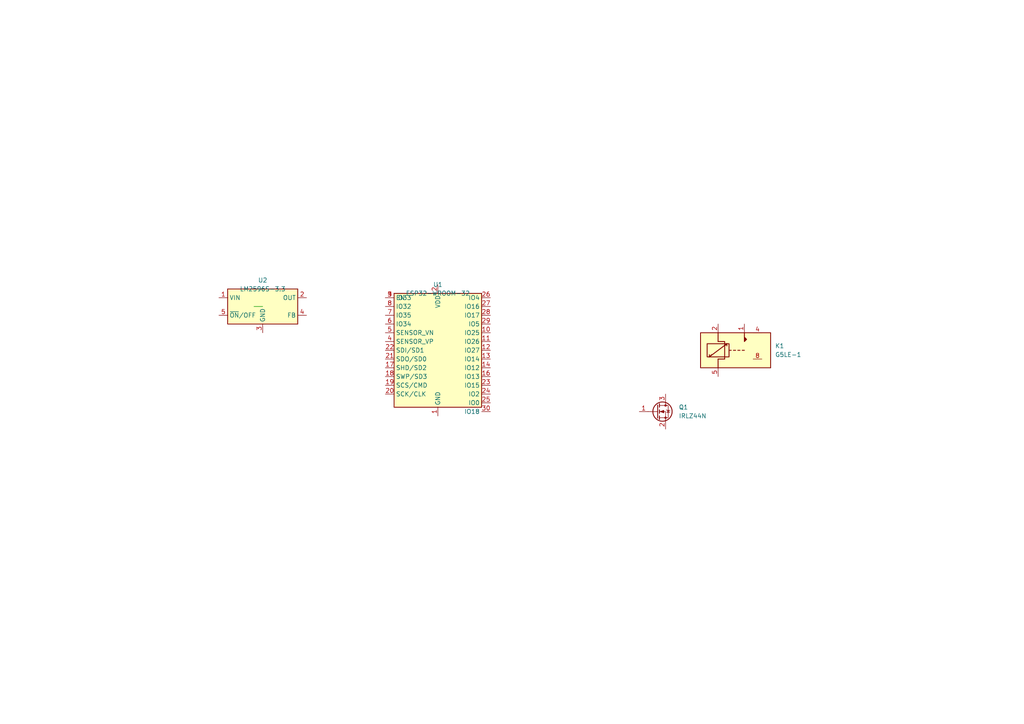
<source format=kicad_sch>
(kicad_sch (version 20230121) (generator eeschema)
  (paper "A4")
  (lib_symbols
    (symbol "MCU_Module:ESP32-WROOM-32"
      (property "Reference" "U" (at 0 20.32 0))
      (property "Value" "ESP32-WROOM-32" (at 0 17.78 0))
      (symbol "ESP32-WROOM-32_0_1"
        (rectangle (start -12.7 16.51) (end 12.7 -16.51) (stroke (width 0.254)) (fill (type background)))
      )
      (symbol "ESP32-WROOM-32_1_1"
        (pin power_in line (at 0 -19.05 90) (length 2.54) (name "GND") (number "1"))
        (pin bidirectional line (at 15.24 5.08 180) (length 2.54) (name "IO25") (number "10"))
        (pin bidirectional line (at 15.24 2.54 180) (length 2.54) (name "IO26") (number "11"))
        (pin bidirectional line (at 15.24 0 180) (length 2.54) (name "IO27") (number "12"))
        (pin bidirectional line (at 15.24 -2.54 180) (length 2.54) (name "IO14") (number "13"))
        (pin bidirectional line (at 15.24 -5.08 180) (length 2.54) (name "IO12") (number "14"))
        (pin power_in line (at 0 -19.05 90) (length 2.54) hide (name "GND") (number "15"))
        (pin bidirectional line (at 15.24 -7.62 180) (length 2.54) (name "IO13") (number "16"))
        (pin bidirectional line (at -15.24 -5.08 0) (length 2.54) (name "SHD/SD2") (number "17"))
        (pin bidirectional line (at -15.24 -7.62 0) (length 2.54) (name "SWP/SD3") (number "18"))
        (pin bidirectional line (at -15.24 -10.16 0) (length 2.54) (name "SCS/CMD") (number "19"))
        (pin power_in line (at 0 19.05 270) (length 2.54) (name "VDD") (number "2"))
        (pin bidirectional line (at -15.24 -12.7 0) (length 2.54) (name "SCK/CLK") (number "20"))
        (pin bidirectional line (at -15.24 -2.54 0) (length 2.54) (name "SDO/SD0") (number "21"))
        (pin bidirectional line (at -15.24 0 0) (length 2.54) (name "SDI/SD1") (number "22"))
        (pin bidirectional line (at 15.24 -10.16 180) (length 2.54) (name "IO15") (number "23"))
        (pin bidirectional line (at 15.24 -12.7 180) (length 2.54) (name "IO2") (number "24"))
        (pin bidirectional line (at 15.24 -15.24 180) (length 2.54) (name "IO0") (number "25"))
        (pin bidirectional line (at 15.24 15.24 180) (length 2.54) (name "IO4") (number "26"))
        (pin bidirectional line (at 15.24 12.7 180) (length 2.54) (name "IO16") (number "27"))
        (pin bidirectional line (at 15.24 10.16 180) (length 2.54) (name "IO17") (number "28"))
        (pin bidirectional line (at 15.24 7.62 180) (length 2.54) (name "IO5") (number "29"))
        (pin input line (at -15.24 15.24 0) (length 2.54) (name "EN") (number "3"))
        (pin bidirectional line (at 15.24 -17.78 180) (length 2.54) (name "IO18") (number "30"))
        (pin bidirectional line (at -15.24 2.54 0) (length 2.54) (name "SENSOR_VP") (number "4"))
        (pin bidirectional line (at -15.24 5.08 0) (length 2.54) (name "SENSOR_VN") (number "5"))
        (pin bidirectional line (at -15.24 7.62 0) (length 2.54) (name "IO34") (number "6"))
        (pin bidirectional line (at -15.24 10.16 0) (length 2.54) (name "IO35") (number "7"))
        (pin bidirectional line (at -15.24 12.7 0) (length 2.54) (name "IO32") (number "8"))
        (pin bidirectional line (at -15.24 15.24 0) (length 2.54) (name "IO33") (number "9"))
      )
    )
    (symbol "Regulator_Linear:AMS1117-3.3"
      (property "Reference" "U" (at -3.81 3.175 0))
      (property "Value" "AMS1117-3.3" (at 0 3.175 0))
      (symbol "AMS1117-3.3_0_1"
        (rectangle (start -5.08 1.905) (end 5.08 -5.08) (stroke (width 0.254)) (fill (type background)))
      )
      (symbol "AMS1117-3.3_1_1"
        (pin power_out line (at 0 -7.62 90) (length 2.54) (name "ADJ/GND") (number "1"))
        (pin power_out line (at 7.62 0 180) (length 2.54) (name "VO") (number "2"))
        (pin power_in line (at -7.62 0 0) (length 2.54) (name "VI") (number "3"))
      )
    )
    (symbol "Regulator_Switching:LM2596S-3.3"
      (property "Reference" "U" (at -10.16 6.35 0))
      (property "Value" "LM2596S-3.3" (at 0 6.35 0))
      (symbol "LM2596S-3.3_0_1"
        (rectangle (start -10.16 5.08) (end 10.16 -5.08) (stroke (width 0.254)) (fill (type background)))
      )
      (symbol "LM2596S-3.3_1_1"
        (pin power_in line (at -12.7 2.54 0) (length 2.54) (name "VIN") (number "1"))
        (pin output line (at 12.7 2.54 180) (length 2.54) (name "OUT") (number "2"))
        (pin power_in line (at 0 -7.62 90) (length 2.54) (name "GND") (number "3"))
        (pin input line (at 12.7 -2.54 180) (length 2.54) (name "FB") (number "4"))
        (pin input line (at -12.7 -2.54 0) (length 2.54) (name "~{ON}/OFF") (number "5"))
      )
    )
    (symbol "Transistor_FET:IRLZ44N" (pin_names hide)
      (property "Reference" "Q" (at 5.08 1.905 0))
      (property "Value" "IRLZ44N" (at 5.08 0 0))
      (symbol "IRLZ44N_0_1"
        (polyline (pts (xy 0.254 0) (xy -2.54 0)))
        (polyline (pts (xy 0.254 1.905) (xy 0.254 -1.905)) (stroke (width 0.254)))
        (polyline (pts (xy 0.762 -1.27) (xy 0.762 -2.286)) (stroke (width 0.254)))
        (polyline (pts (xy 0.762 0.508) (xy 0.762 -0.508)) (stroke (width 0.254)))
        (polyline (pts (xy 0.762 2.286) (xy 0.762 1.27)) (stroke (width 0.254)))
        (polyline (pts (xy 2.54 2.54) (xy 2.54 1.778)))
        (polyline (pts (xy 2.54 -2.54) (xy 2.54 0) (xy 0.762 0)))
        (polyline (pts (xy 0.762 -1.778) (xy 3.302 -1.778) (xy 3.302 1.778) (xy 0.762 1.778)))
        (polyline (pts (xy 1.016 0) (xy 2.032 0.381) (xy 2.032 -0.381) (xy 1.016 0)) (fill (type outline)))
        (polyline (pts (xy 2.794 0.508) (xy 2.921 0.381) (xy 3.683 0.381) (xy 3.81 0.254)))
        (polyline (pts (xy 3.302 0.381) (xy 2.921 -0.254) (xy 3.683 -0.254) (xy 3.302 0.381)))
        (circle (center 1.651 0) (radius 2.794) (stroke (width 0.254)))
        (circle (center 2.54 -1.778) (radius 0.254) (fill (type outline)))
        (circle (center 2.54 1.778) (radius 0.254) (fill (type outline)))
      )
      (symbol "IRLZ44N_1_1"
        (pin input line (at -5.08 0 0) (length 2.54) (name "G") (number "1"))
        (pin passive line (at 2.54 -5.08 90) (length 2.54) (name "S") (number "2"))
        (pin passive line (at 2.54 5.08 270) (length 2.54) (name "D") (number "3"))
      )
    )
    (symbol "Relay:G5LE-1"
      (property "Reference" "K" (at 11.43 3.81 0))
      (property "Value" "G5LE-1" (at 11.43 1.27 0))
      (symbol "G5LE-1_0_0"
        (rectangle (start -10.16 5.08) (end 10.16 -5.08) (stroke (width 0.254)) (fill (type background)))
        (rectangle (start -8.255 1.905) (end -1.905 -1.905) (stroke (width 0.254)))
        (polyline (pts (xy -7.62 -1.905) (xy -2.54 1.905)) (stroke (width 0.254)))
        (polyline (pts (xy -7.62 -1.905) (xy -6.985 -1.27)) (stroke (width 0.254)))
        (polyline (pts (xy -7.62 -1.905) (xy -7.62 -1.27)) (stroke (width 0.254)))
        (polyline (pts (xy -5.08 -2.54) (xy -3.175 -2.54)) (stroke (width 0.254)))
        (polyline (pts (xy -5.08 -2.54) (xy -5.08 -5.08)) (stroke (width 0.254)))
        (polyline (pts (xy -2.54 1.905) (xy -3.175 1.27)) (stroke (width 0.254)))
        (polyline (pts (xy -2.54 1.905) (xy -2.54 1.27)) (stroke (width 0.254)))
        (polyline (pts (xy -1.27 0) (xy -1.905 0)) (stroke (width 0.254)))
        (polyline (pts (xy -0.635 0) (xy 0 0)) (stroke (width 0.254)))
        (polyline (pts (xy 0.635 0) (xy 1.27 0)) (stroke (width 0.254)))
        (polyline (pts (xy 1.905 0) (xy 2.54 0)) (stroke (width 0.254)))
        (polyline (pts (xy -5.08 2.54) (xy -3.175 2.54) (xy -3.175 -2.54)) (stroke (width 0.254)))
        (polyline (pts (xy -5.08 2.54) (xy -5.08 5.08) (xy -5.08 5.08)) (stroke (width 0.254)))
        (polyline (pts (xy 2.54 5.08) (xy 2.54 2.54) (xy 3.175 3.175) (xy 2.54 3.81)) (stroke (width 0.254)) (fill (type outline)))
      )
      (symbol "G5LE-1_1_1"
        (pin passive line (at 2.54 7.62 270) (length 2.54) (name "~") (number "1"))
        (pin passive line (at -5.08 7.62 270) (length 2.54) (name "~") (number "2"))
        (pin passive line (at 7.62 5.08 180) (length 2.54) (name "~") (number "4"))
        (pin passive line (at -5.08 -7.62 90) (length 2.54) (name "~") (number "5"))
        (pin passive line (at 7.62 -2.54 180) (length 2.54) (name "~") (number "8"))
      )
    )
  )
  (wire (pts (xy 73.66 88.9) (xy 76.2 88.9)))
  (symbol (lib_id "MCU_Module:ESP32-WROOM-32") (at 127 101.6 0) (unit 1)
    (property "Reference" "U1" (at 127 82.55 0))
    (property "Value" "ESP32-WROOM-32" (at 127 85.09 0))
    (property "Footprint" "RF_Module:ESP32-WROOM-32" (effects hide))
    (property "Datasheet" "https://www.espressif.com/sites/default/files/documentation/esp32-wroom-32_datasheet_en.pdf" (effects hide))
  )
  (symbol (lib_id "Regulator_Switching:LM2596S-3.3") (at 76.2 88.9 0) (unit 1)
    (property "Reference" "U2" (at 76.2 81.28 0))
    (property "Value" "LM2596S-3.3" (at 76.2 83.82 0))
    (property "Footprint" "Package_TO_SOT_SMD:TO-263-5_TabPin3" (effects hide))
    (property "Datasheet" "http://www.ti.com/lit/ds/symlink/lm2596.pdf" (effects hide))
  )
  (symbol (lib_id "Regulator_Linear:AMS1117-5.0") (at 76.2 111.76 0) (unit 1)
    (property "Reference" "U3" (at 76.2 105.41 0))
    (property "Value" "AMS1117-5.0" (at 76.2 107.95 0))
    (property "Footprint" "Package_TO_SOT_SMD:SOT-223-3_TabPin2" (effects hide))
    (property "Datasheet" "http://www.advanced-monolithic.com/pdf/ds1117.pdf" (effects hide))
  )
  (symbol (lib_id "Transistor_FET:IRLZ44N") (at 190.5 119.38 0) (unit 1)
    (property "Reference" "Q1" (at 196.85 118.11 0) (effects (justify left)))
    (property "Value" "IRLZ44N" (at 196.85 120.65 0) (effects (justify left)))
    (property "Footprint" "Package_TO_SOT_THT:TO-220-3_Vertical" (effects hide))
    (property "Datasheet" "http://www.irf.com/product-info/datasheets/data/irlz44n.pdf" (effects hide))
  )
  (symbol (lib_id "Relay:G5LE-1") (at 213.36 101.6 0) (unit 1)
    (property "Reference" "K1" (at 224.79 100.33 0) (effects (justify left)))
    (property "Value" "G5LE-1" (at 224.79 102.87 0) (effects (justify left)))
    (property "Footprint" "Relay_THT:Relay_SPDT_Omron_G5LE-1" (effects hide))
    (property "Datasheet" "http://www.omron.com/ecb/products/pdf/en-g5le.pdf" (effects hide))
  )
)
</source>
